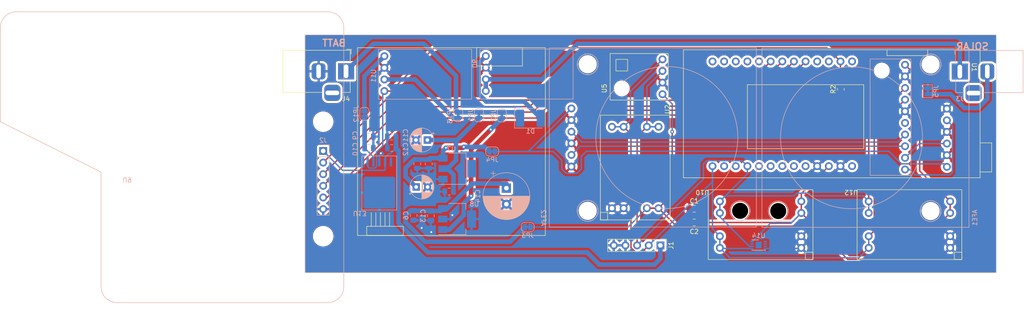
<source format=kicad_pcb>
(kicad_pcb (version 20221018) (generator pcbnew)
  (layers (0 "F.Cu" signal) (31 "B.Cu" signal) (34 "B.Paste" user) (35 "F.Paste" user) (36 "B.SilkS" user "B.Silkscreen") (37 "F.SilkS" user "F.Silkscreen") (38 "B.Mask" user) (39 "F.Mask" user) (44 "Edge.Cuts" user))
  (net 0 "")
  (net 1 "GND")
  (net 2 "Net-(AFE1-+OP2)")
  (net 3 "Net-(AFE1-+OP1)")
  (net 4 "AFE-3.5V")
  (net 5 "Net-(AFE2-+OP2)")
  (net 6 "Net-(AFE2-+OP1)")
  (net 7 "+3V3")
  (net 8 "Net-(JP1-B)")
  (net 9 "Net-(JP4-A)")
  (net 10 "Net-(JP3-A)")
  (net 11 "OPC-N3-5V")
  (net 12 "I2C_SDA")
  (net 13 "I2C_SCL")
  (net 14 "Net-(JP12-B)")
  (net 15 "Net-(JP2-B)")
  (net 17 "5V_en")
  (net 19 "ADC_OPC-N3")
  (net 20 "SPI_CS")
  (net 21 "SPI_MOSI")
  (net 22 "SPI_MISO")
  (net 23 "SPI_CSK")
  (net 24 "ADC_BATT")
  (net 25 "ADC_AFE")
  (net 26 "RESET")
  (net 27 "UART_TX")
  (net 28 "UART_RX")
  (net 29 "UART_TXD")
  (net 30 "UART_RXD")
  (net 33 "lora2")
  (net 34 "lora1")
  (net 36 "+5C")
  (net 37 "Net-(JP13-B)")
  (net 40 "Net-(D1-A)")
  (net 41 "Net-(U6-EN)")
  (net 42 "Net-(JP5-A)")
  (net 45 "Net-(JP12-A)")
  (net 47 "Net-(D1-K)")
  (footprint "soasense:Sensor_module" (layer "F.Cu") (at 164.5 60.6 180)
    (fp_text reference "U10")
    (fp_text value "Sensor_socket")
  )
  (footprint "soasense:LILYGO-LORAWAN" (layer "F.Cu") (at 174.32 36.54 -90)
    (fp_text reference "U1")
    (fp_text value "LILYGO-lorawan")
  )
  (footprint "soasense:Sensor_module" (layer "F.Cu") (at 197 60.6 180)
    (fp_text reference "U12")
    (fp_text value "Sensor_socket")
  )
  (footprint "Resistor_SMD:R_0805_2012Metric" (layer "F.Cu") (at 182 29.9125 90)
    (fp_text reference "R2")
    (fp_text value "R")
  )
  (footprint "Connector_BarrelJack:BarrelJack_Horizontal" (layer "F.Cu") (at 74 26)
    (fp_text reference "J4")
    (fp_text value "Barrel_Jack_Switch")
  )
  (footprint "Capacitor_SMD:C_0805_2012Metric_Pad1.18x1.45mm_HandSolder" (layer "F.Cu") (at 150 56)
    (fp_text reference "C1")
    (fp_text value "100n")
  )
  (footprint "soasense:SPS30" (layer "F.Cu") (at 97.18 38.8)
    (fp_text reference "U4" hide)
    (fp_text value "SPS30")
  )
  (footprint "Capacitor_SMD:C_0805_2012Metric_Pad1.18x1.45mm_HandSolder" (layer "F.Cu") (at 150 59)
    (fp_text reference "C2")
    (fp_text value "dnp")
  )
  (footprint "soasense:Sensor_module" (layer "F.Cu") (at 136 47 90)
    (fp_text reference "U2")
    (fp_text value "Sensor_socket")
  )
  (footprint "soasense:BME280-module" (layer "F.Cu") (at 143.08 25.92 90)
    (fp_text reference "U5")
    (fp_text value "BME280_module")
  )
  (footprint "Connector_PinHeader_2.54mm:PinHeader_1x05_P2.54mm_Vertical" (layer "F.Cu") (at 142.62 64 -90)
    (fp_text reference "J1")
    (fp_text value "Conn_01x05_Female")
  )
  (footprint "Capacitor_SMD:C_0805_2012Metric" (layer "B.Cu") (at 92.05 46.2 -90)
    (fp_text reference "C5" hide)
    (fp_text value "100n")
  )
  (footprint "Package_DFN_QFN:DFN-8-1EP_3x2mm_P0.5mm_EP1.3x1.5mm" (layer "B.Cu") (at 164.075 63.925 180)
    (fp_text reference "U14")
    (fp_text value "ATECC608A-MAHDA")
  )
  (footprint "Jumper:SolderJumper-2_P1.3mm_Bridged_RoundedPad1.0x1.5mm" (layer "B.Cu") (at 78 35.3 -90)
    (fp_text reference "JP12")
    (fp_text value "Close")
  )
  (footprint "Jumper:SolderJumper-2_P1.3mm_Bridged_RoundedPad1.0x1.5mm" (layer "B.Cu") (at 103 35.6 -90)
    (fp_text reference "JP1")
    (fp_text value "Close")
  )
  (footprint "Connector_BarrelJack:BarrelJack_Horizontal" (layer "B.Cu") (at 208 26.0425 180)
    (fp_text reference "J3")
    (fp_text value "Barrel_Jack_Switch")
  )
  (footprint "Capacitor_SMD:C_0805_2012Metric" (layer "B.Cu") (at 96.5 52.25 180)
    (fp_text reference "C4" hide)
    (fp_text value "100n")
  )
  (footprint "Capacitor_THT:CP_Radial_D5.0mm_P2.50mm" (layer "B.Cu") (at 91.755112 41 180)
    (fp_text reference "C3" hide)
    (fp_text value "220u")
  )
  (footprint "Capacitor_SMD:C_0805_2012Metric" (layer "B.Cu") (at 83.95 40.25 180)
    (fp_text reference "C11")
    (fp_text value "100n")
  )
  (footprint "soasense:opc-n3_3holes" (layer "B.Cu") (at 46.336 48.176)
    (fp_text reference "U9")
    (fp_text value "OPC_N3")
  )
  (footprint "Capacitor_SMD:C_0805_2012Metric_Pad1.18x1.45mm_HandSolder" (layer "B.Cu") (at 92.5 57.5375 -90)
    (fp_text reference "C13")
    (fp_text value "22uF")
  )
  (footprint "Diode_SMD:D_2114_3652Metric_Pad1.85x3.75mm_HandSolder" (layer "B.Cu") (at 114.25 36.25)
    (fp_text reference "D1")
    (fp_text value "D_Schottky")
  )
  (footprint "soasense:PPAK" (layer "B.Cu") (at 81.25 47.674)
    (fp_text reference "U13")
    (fp_text value "59151")
  )
  (footprint "soasense:Alphasense_AFE_6pin-LEFT" (layer "B.Cu") (at 205.18 40.5 -90)
    (fp_text reference "AFE1")
    (fp_text value "Alphasense_AFE_6pin")
  )
  (footprint "Capacitor_SMD:C_0805_2012Metric" (layer "B.Cu") (at 83.95 42.75 180)
    (fp_text reference "C12")
    (fp_text value "22u")
  )
  (footprint "Capacitor_THT:CP_Radial_D5.0mm_P2.50mm" (layer "B.Cu") (at 89.3 51.25)
    (fp_text reference "C8" hide)
    (fp_text value "220u")
  )
  (footprint "Capacitor_SMD:C_0805_2012Metric_Pad1.18x1.45mm_HandSolder" (layer "B.Cu") (at 88.75 57.4625 -90)
    (fp_text reference "C6")
    (fp_text value "1uF")
  )
  (footprint "soasense:mp2315-module" (layer "B.Cu") (at 113.654 26.219)
    (fp_text reference "U6")
    (fp_text value "step-down")
  )
  (footprint "Capacitor_THT:CP_Radial_D10.0mm_P3.50mm" (layer "B.Cu") (at 109 51.5 -90)
    (fp_text reference "C14")
    (fp_text value "470u")
  )
  (footprint "Package_TO_SOT_SMD:SOT-223" (layer "B.Cu") (at 98.3 47.25)
    (fp_text reference "U7")
    (fp_text value "XC6203P352FR-G_")
  )
  (footprint "Connector_PinHeader_2.54mm:PinHeader_1x06_P2.54mm_Vertical" (layer "B.Cu") (at 69 43.38 180)
    (fp_text reference "J2")
    (fp_text value "Conn_01x06_Female")
  )
  (footprint "Package_TO_SOT_SMD:SOT-223" (layer "B.Cu") (at 98.25 58.25)
    (fp_text reference "U8")
    (fp_text value "TC1264-3v3")
  )
  (footprint "soasense:Alphasense_AFE_6pin-RIGHT" (layer "B.Cu") (at 123.2 40.45 90)
    (fp_text reference "AFE2")
    (fp_text value "Alphasense_AFE_6pin")
  )
  (footprint "Jumper:SolderJumper-2_P1.3mm_Bridged_RoundedPad1.0x1.5mm" (layer "B.Cu") (at 108 35.65 -90)
    (fp_text reference "JP2")
    (fp_text value "Close")
  )
  (footprint "Capacitor_SMD:C_0805_2012Metric" (layer "B.Cu") (at 89.55 46.2 -90)
    (fp_text reference "C7" hide)
    (fp_text value "10n")
  )
  (footprint "Capacitor_SMD:C_0805_2012Metric" (layer "B.Cu") (at 79 40.25)
    (fp_text reference "C9")
    (fp_text value "100n")
  )
  (footprint "Jumper:SolderJumper-2_P1.3mm_Bridged_Pad1.0x1.5mm" (layer "B.Cu") (at 201 30.35 90)
    (fp_text reference "JP5")
    (fp_text value "Close")
  )
  (footprint "Jumper:SolderJumper-2_P1.3mm_Bridged_RoundedPad1.0x1.5mm" (layer "B.Cu") (at 105.9 43.5)
    (fp_text reference "JP4")
    (fp_text value "Close")
  )
  (footprint "soasense:mp2315-module" (layer "B.Cu") (at 91.5 26.25)
    (fp_text reference "U11")
    (fp_text value "step-down")
  )
  (footprint "Capacitor_SMD:C_0805_2012Metric" (layer "B.Cu") (at 79 42.75)
    (fp_text reference "C10")
    (fp_text value "22u")
  )
  (footprint "Jumper:SolderJumper-2_P1.3mm_Bridged_RoundedPad1.0x1.5mm" (layer "B.Cu") (at 98.475 35.6 -90)
    (fp_text reference "JP13")
    (fp_text value "SolderJumper_2_Open")
  )
  (footprint "soasense:ADS1115-module" (layer "B.Cu") (at 193 36 -90)
    (fp_text reference "U3" hide)
    (fp_text value "ADS1115_module")
  )
  (footprint "Jumper:SolderJumper-2_P1.3mm_Bridged_RoundedPad1.0x1.5mm" (layer "B.Cu") (at 113.65 60)
    (fp_text reference "JP3")
    (fp_text value "Close")
  )
  (gr_line (start 216 18) (end 65 18) (stroke (width 0.1)) (layer "Edge.Cuts"))
  (gr_line (start 216 70) (end 216 18) (stroke (width 0.1)) (layer "Edge.Cuts"))
  (gr_line (start 65 21) (end 65 70) (stroke (width 0.1)) (layer "Edge.Cuts"))
  (gr_line (start 65 70) (end 216 70) (stroke (width 0.1)) (layer "Edge.Cuts"))
  (gr_line (start 65 18) (end 65 21) (stroke (width 0.1)) (layer "Edge.Cuts"))
  (gr_text "SOLAR" (at 214.45 21.4425) (layer "B.SilkS") (effects (font (size 1.5 1.5) (thickness 0.3) bold) (justify left bottom mirror)))
  (gr_text "BATT" (at 74.1 20.7) (layer "B.SilkS") (effects (font (size 1.5 1.5) (thickness 0.3) bold) (justify left bottom mirror)))
  (via (at 92.6 61.1) (size 0.8) (drill 0.4) (layers "F.Cu" "B.Cu") (net 1))
  (via (at 90.5 60.2) (size 0.8) (drill 0.4) (layers "F.Cu" "B.Cu") (net 1))
  (via (at 97.2 57.4) (size 0.8) (drill 0.4) (layers "F.Cu" "B.Cu") (net 1))
  (via (at 81.6 43.9) (size 0.8) (drill 0.4) (layers "F.Cu" "B.Cu") (net 1))
  (segment (start 81.246666 45.780111) (end 81.246666 44.253334) (width 0.3) (layer "B.Cu") (net 1))
  (segment (start 81.246666 44.253334) (end 81.6 43.9) (width 0.3) (layer "B.Cu") (net 1))
  (segment (start 173.26 64.675) (end 173.39 64.545) (width 0.3) (layer "B.Cu") (net 1))
  (segment (start 165.525 64.675) (end 173.26 64.675) (width 0.3) (layer "B.Cu") (net 1))
  (segment (start 205.18 36.69) (end 206.38 37.89) (width 0.3) (layer "B.Cu") (net 2))
  (segment (start 198.2 48.6) (end 197.03 47.43) (width 0.3) (layer "B.Cu") (net 2))
  (segment (start 206.38 37.89) (end 206.38 48.12) (width 0.3) (layer "B.Cu") (net 2))
  (segment (start 197.03 47.43) (end 196.04 47.43) (width 0.3) (layer "B.Cu") (net 2))
  (segment (start 206.38 48.12) (end 205.9 48.6) (width 0.3) (layer "B.Cu") (net 2))
  (segment (start 205.9 48.6) (end 198.2 48.6) (width 0.3) (layer "B.Cu") (net 2))
  (segment (start 205.18 41.77) (end 199.16 41.77) (width 0.3) (layer "B.Cu") (net 3))
  (segment (start 199.16 41.77) (end 196.04 44.89) (width 0.3) (layer "B.Cu") (net 3))
  (segment (start 126.45 43.45) (end 192.5 43.45) (width 0.3) (layer "B.Cu") (net 4))
  (segment (start 124.425 48.225) (end 125.35 47.3) (width 0.3) (layer "B.Cu") (net 4))
  (segment (start 192.5 43.45) (end 194.475 45.425) (width 0.3) (layer "B.Cu") (net 4))
  (segment (start 194.05 45) (end 194.475 45.425) (width 0.3) (layer "B.Cu") (net 4))
  (segment (start 121.5 35.8) (end 121.725 35.575) (width 0.3) (layer "B.Cu") (net 4))
  (segment (start 204.53 46.2) (end 205.18 46.85) (width 0.3) (layer "B.Cu") (net 4))
  (segment (start 113.8 43.5) (end 121.725 35.575) (width 0.3) (layer "B.Cu") (net 4))
  (segment (start 106.55 43.5) (end 113.65 43.5) (width 0.3) (layer "B.Cu") (net 4))
  (segment (start 121.1 45.4) (end 121.1 47.325) (width 0.3) (layer "B.Cu") (net 4))
  (segment (start 125.35 44.55) (end 126.45 43.45) (width 0.3) (layer "B.Cu") (net 4))
  (segment (start 121.1 47.325) (end 122 48.225) (width 0.3) (layer "B.Cu") (net 4))
  (segment (start 113.65 43.5) (end 113.8 43.5) (width 0.3) (layer "B.Cu") (net 4))
  (segment (start 119.2 43.5) (end 121.1 45.4) (width 0.3) (layer "B.Cu") (net 4))
  (segment (start 122 48.225) (end 124.425 48.225) (width 0.3) (layer "B.Cu") (net 4))
  (segment (start 194.475 45.425) (end 195.25 46.2) (width 0.3) (layer "B.Cu") (net 4))
  (segment (start 121.725 35.575) (end 123.2 34.1) (width 0.3) (layer "B.Cu") (net 4))
  (segment (start 113.65 43.5) (end 119.2 43.5) (width 0.3) (layer "B.Cu") (net 4))
  (segment (start 123.2 34.1) (end 122 35.3) (width 0.3) (layer "B.Cu") (net 4))
  (segment (start 195.25 46.2) (end 204.53 46.2) (width 0.3) (layer "B.Cu") (net 4))
  (segment (start 125.35 47.3) (end 125.35 44.55) (width 0.3) (layer "B.Cu") (net 4))
  (segment (start 125.11 42.35) (end 123.2 44.26) (width 0.3) (layer "B.Cu") (net 5))
  (segment (start 196.04 42.35) (end 125.11 42.35) (width 0.3) (layer "B.Cu") (net 5))
  (segment (start 125.47 41.45) (end 194.4 41.45) (width 0.3) (layer "B.Cu") (net 6))
  (segment (start 194.4 41.45) (end 196.04 39.81) (width 0.3) (layer "B.Cu") (net 6))
  (segment (start 123.2 39.18) (end 125.47 41.45) (width 0.3) (layer "B.Cu") (net 6))
  (segment (start 145.2 39.2) (end 145.2 52.905) (width 0.3) (layer "F.Cu") (net 7))
  (segment (start 142.215 55.89) (end 139.675 55.89) (width 0.3) (layer "F.Cu") (net 7))
  (segment (start 149.1875 60.85) (end 151.0375 59) (width 0.3) (layer "F.Cu") (net 7))
  (segment (start 142.215 55.89) (end 147.175 60.85) (width 0.3) (layer "F.Cu") (net 7))
  (segment (start 195.765 67.05) (end 205.89 56.925) (width 0.3) (layer "F.Cu") (net 7))
  (segment (start 183.515 67.05) (end 195.765 67.05) (width 0.3) (layer "F.Cu") (net 7))
  (segment (start 147.175 60.85) (end 149.1875 60.85) (width 0.3) (layer "F.Cu") (net 7))
  (segment (start 179.4 46.7) (end 173.39 52.71) (width 0.3) (layer "F.Cu") (net 7))
  (segment (start 205.89 54.385) (end 205.89 56.925) (width 0.3) (layer "F.Cu") (net 7))
  (segment (start 173.39 54.385) (end 173.39 56.925) (width 0.3) (layer "F.Cu") (net 7))
  (segment (start 199.25 47.745) (end 205.89 54.385) (width 0.3) (layer "F.Cu") (net 7))
  (segment (start 173.39 56.925) (end 183.515 67.05) (width 0.3) (layer "F.Cu") (net 7))
  (segment (start 173.39 52.71) (end 173.39 54.385) (width 0.3) (layer "F.Cu") (net 7))
  (segment (start 145.2 52.905) (end 142.215 55.89) (width 0.3) (layer "F.Cu") (net 7))
  (segment (start 199.25 27.78) (end 199.25 47.745) (width 0.3) (layer "F.Cu") (net 7))
  (segment (start 151.0375 59) (end 171.315 59) (width 0.3) (layer "F.Cu") (net 7))
  (segment (start 151.0375 56) (end 151.0375 59) (width 0.3) (layer "F.Cu") (net 7))
  (segment (start 196.04 24.57) (end 199.25 27.78) (width 0.3) (layer "F.Cu") (net 7))
  (segment (start 171.315 59) (end 173.39 56.925) (width 0.3) (layer "F.Cu") (net 7))
  (via (at 145.2 39.2) (size 0.8) (drill 0.4) (layers "F.Cu" "B.Cu") (net 7))
  (segment (start 166.613559 59.186441) (end 171.128559 59.186441) (width 0.3) (layer "B.Cu") (net 7))
  (segment (start 145.2 33.12) (end 145.2 39.2) (width 0.3) (layer "B.Cu") (net 7))
  (segment (start 114.3 60) (end 135.565 60) (width 0.3) (layer "B.Cu") (net 7))
  (segment (start 171.128559 59.186441) (end 173.39 56.925) (width 0.3) (layer "B.Cu") (net 7))
  (segment (start 135.565 60) (end 139.675 55.89) (width 0.3) (layer "B.Cu") (net 7))
  (segment (start 143.08 31) (end 145.2 33.12) (width 0.3) (layer "B.Cu") (net 7))
  (segment (start 162.625 63.175) (end 166.613559 59.186441) (width 0.3) (layer "B.Cu") (net 7))
  (segment (start 103 36.25) (end 98.25 41) (width 1) (layer "B.Cu") (net 8))
  (segment (start 98.25 41) (end 98 41) (width 1) (layer "B.Cu") (net 8))
  (segment (start 97.45 52.25) (end 97.45 48.55) (width 1) (layer "B.Cu") (net 8))
  (segment (start 97.45 48.55) (end 96.15 47.25) (width 1) (layer "B.Cu") (net 8))
  (segment (start 98 41) (end 91.755112 41) (width 1) (layer "B.Cu") (net 8))
  (segment (start 95.15 47.25) (end 96.15 47.25) (width 1) (layer "B.Cu") (net 8))
  (segment (start 96.15 47.25) (end 98 45.4) (width 1) (layer "B.Cu") (net 8))
  (segment (start 98 45.4) (end 98 41) (width 1) (layer "B.Cu") (net 8))
  (segment (start 99.5 42.7) (end 99.7 42.5) (width 1) (layer "F.Cu") (net 9))
  (segment (start 95.8 42.7) (end 99.5 42.7) (width 1) (layer "F.Cu") (net 9))
  (via (at 95.8 42.7) (size 0.8) (drill 0.4) (layers "F.Cu" "B.Cu") (net 9))
  (via (at 99.7 42.5) (size 0.8) (drill 0.4) (layers "F.Cu" "B.Cu") (net 9))
  (segment (start 88.825 45.25) (end 89.55 45.25) (width 1) (layer "B.Cu") (net 9))
  (segment (start 104.25 42.5) (end 105.25 43.5) (width 1) (layer "B.Cu") (net 9))
  (segment (start 95.15 43.35) (end 95.8 42.7) (width 1) (layer "B.Cu") (net 9))
  (segment (start 89.55 45.25) (end 92.05 45.25) (width 1) (layer "B.Cu") (net 9))
  (segment (start 87 47.075) (end 88.825 45.25) (width 1) (layer "B.Cu") (net 9))
  (segment (start 92.35 44.95) (end 92.05 45.25) (width 1) (layer "B.Cu") (net 9))
  (segment (start 95.15 44.95) (end 95.15 43.35) (width 1) (layer "B.Cu") (net 9))
  (segment (start 95.15 44.95) (end 92.35 44.95) (width 1) (layer "B.Cu") (net 9))
  (segment (start 89.3 51.25) (end 89.25 51.25) (width 1) (layer "B.Cu") (net 9))
  (segment (start 99.7 42.5) (end 104.25 42.5) (width 1) (layer "B.Cu") (net 9))
  (segment (start 87 49) (end 87 47.075) (width 1) (layer "B.Cu") (net 9))
  (segment (start 89.25 51.25) (end 87 49) (width 1) (layer "B.Cu") (net 9))
  (segment (start 88.025 56.425) (end 87 57.45) (width 1) (layer "B.Cu") (net 10))
  (segment (start 91.2 63.2) (end 109.8 63.2) (width 1) (layer "B.Cu") (net 10))
  (segment (start 87 57.45) (end 87 59) (width 1) (layer "B.Cu") (net 10))
  (segment (start 95.1 55.95) (end 96.1 55.95) (width 1) (layer "B.Cu") (net 10))
  (segment (start 87 59) (end 91.2 63.2) (width 1) (layer "B.Cu") (net 10))
  (segment (start 88.75 56.425) (end 92.425 56.425) (width 1) (layer "B.Cu") (net 10))
  (segment (start 94.55 56.5) (end 95.1 55.95) (width 1) (layer "B.Cu") (net 10))
  (segment (start 92.5 56.5) (end 94.55 56.5) (width 1) (layer "B.Cu") (net 10))
  (segment (start 109.8 63.2) (end 113 60) (width 1) (layer "B.Cu") (net 10))
  (segment (start 101.55 50.5) (end 109 50.5) (width 1) (layer "B.Cu") (net 10))
  (segment (start 96.1 55.95) (end 101.55 50.5) (width 1) (layer "B.Cu") (net 10))
  (segment (start 88.75 56.425) (end 88.025 56.425) (width 1) (layer "B.Cu") (net 10))
  (segment (start 92.425 56.425) (end 92.5 56.5) (width 1) (layer "B.Cu") (net 10))
  (segment (start 85.45 43.3) (end 85.45 59.147056) (width 1) (layer "B.Cu") (net 11))
  (segment (start 82.52 47.48) (end 82.52 45.780111) (width 0.3) (layer "B.Cu") (net 11))
  (segment (start 69 43.38) (end 73.239 47.619) (width 0.3) (layer "B.Cu") (net 11))
  (segment (start 83.300111 44) (end 83.65 44) (width 0.3) (layer "B.Cu") (net 11))
  (segment (start 84.9 40.25) (end 84.9 42.75) (width 1) (layer "B.Cu") (net 11))
  (segment (start 82.52 45.780111) (end 82.52 44.780111) (width 0.3) (layer "B.Cu") (net 11))
  (segment (start 84.9 42.75) (end 85.45 43.3) (width 1) (layer "B.Cu") (net 11))
  (segment (start 82.52 44.780111) (end 83.300111 44) (width 0.3) (layer "B.Cu") (net 11))
  (segment (start 82.381 47.619) (end 82.52 47.48) (width 0.3) (layer "B.Cu") (net 11))
  (segment (start 126.645344 65.545344) (end 129.3 68.2) (width 1) (layer "B.Cu") (net 11))
  (segment (start 73.239 47.619) (end 82.381 47.619) (width 0.3) (layer "B.Cu") (net 11))
  (segment (start 142.62 66.88) (end 141.3 68.2) (width 1) (layer "B.Cu") (net 11))
  (segment (start 85.45 59.147056) (end 91.848288 65.545344) (width 1) (layer "B.Cu") (net 11))
  (segment (start 83.65 44) (end 84.9 42.75) (width 0.3) (layer "B.Cu") (net 11))
  (segment (start 142.62 64) (end 142.62 66.88) (width 1) (layer "B.Cu") (net 11))
  (segment (start 91.848288 65.545344) (end 126.645344 65.545344) (width 1) (layer "B.Cu") (net 11))
  (segment (start 129.3 68.2) (end 141.3 68.2) (width 1) (layer "B.Cu") (net 11))
  (segment (start 137.40459 65.7) (end 138.38 65.7) (width 0.3) (layer "F.Cu") (net 12))
  (segment (start 188.11 62.005) (end 189.31 60.805) (width 0.3) (layer "F.Cu") (net 12))
  (segment (start 136.2 39.715) (end 136.2 64.49541) (width 0.3) (layer "F.Cu") (net 12))
  (segment (start 189.31 38.92) (end 196.04 32.19) (width 0.3) (layer "F.Cu") (net 12))
  (segment (start 134.595 38.11) (end 136.2 39.715) (width 0.3) (layer "F.Cu") (net 12))
  (segment (start 136.2 64.49541) (end 137.40459 65.7) (width 0.3) (layer "F.Cu") (net 12))
  (segment (start 138.38 65.7) (end 140.08 64) (width 0.3) (layer "F.Cu") (net 12))
  (segment (start 189.31 60.805) (end 189.31 38.92) (width 0.3) (layer "F.Cu") (net 12))
  (segment (start 157.65 66.7) (end 185.955 66.7) (width 0.3) (layer "B.Cu") (net 12))
  (segment (start 154 60.395) (end 155.61 62.005) (width 0.3) (layer "B.Cu") (net 12))
  (segment (start 134.595 38.11) (end 136.09 36.615) (width 0.3) (layer "B.Cu") (net 12))
  (segment (start 134.595 38.11) (end 132.055 38.11) (width 0.3) (layer "B.Cu") (net 12))
  (segment (start 185.955 66.7) (end 188.11 64.545) (width 0.3) (layer "B.Cu") (net 12))
  (segment (start 154 50.08) (end 154 46.7) (width 0.3) (layer "B.Cu") (net 12))
  (segment (start 188.11 62.005) (end 188.11 64.545) (width 0.3) (layer "B.Cu") (net 12))
  (segment (start 154 46.7) (end 154 60.395) (width 0.3) (layer "B.Cu") (net 12))
  (segment (start 155.74 64.675) (end 155.61 64.545) (width 0.3) (layer "B.Cu") (net 12))
  (segment (start 155.61 62.005) (end 155.61 64.545) (width 0.3) (layer "B.Cu") (net 12))
  (segment (start 140.08 64) (end 154 50.08) (width 0.3) (layer "B.Cu") (net 12))
  (segment (start 157.65 66.585) (end 157.65 66.7) (width 0.3) (layer "B.Cu") (net 12))
  (segment (start 136.09 30.37) (end 143.08 23.38) (width 0.3) (layer "B.Cu") (net 12))
  (segment (start 162.625 64.675) (end 155.74 64.675) (width 0.3) (layer "B.Cu") (net 12))
  (segment (start 155.61 64.545) (end 157.65 66.585) (width 0.3) (layer "B.Cu") (net 12))
  (segment (start 136.09 36.615) (end 136.09 30.37) (width 0.3) (layer "B.Cu") (net 12))
  (segment (start 188.11 37.58) (end 196.04 29.65) (width 0.3) (layer "F.Cu") (net 13))
  (segment (start 137.54 64) (end 137.54 40.245) (width 0.3) (layer "F.Cu") (net 13))
  (segment (start 188.11 54.385) (end 188.11 37.58) (width 0.3) (layer "F.Cu") (net 13))
  (segment (start 137.54 40.245) (end 139.675 38.11) (width 0.3) (layer "F.Cu") (net 13))
  (segment (start 162.014656 64.175) (end 162.625 64.175) (width 0.3) (layer "B.Cu") (net 13))
  (segment (start 160.42 45.5) (end 161.62 46.7) (width 0.3) (layer "B.Cu") (net 13))
  (segment (start 155.61 56.925) (end 155.61 57.770344) (width 0.3) (layer "B.Cu") (net 13))
  (segment (start 155.61 54.385) (end 155.61 56.925) (width 0.3) (layer "B.Cu") (net 13))
  (segment (start 188.11 54.385) (end 188.11 56.925) (width 0.3) (layer "B.Cu") (net 13))
  (segment (start 161.62 48.375) (end 161.62 46.7) (width 0.3) (layer "B.Cu") (net 13))
  (segment (start 155.61 57.770344) (end 162.014656 64.175) (width 0.3) (layer "B.Cu") (net 13))
  (segment (start 139.675 29.325) (end 139.675 38.11) (width 0.3) (layer "B.Cu") (net 13))
  (segment (start 137.54 64) (end 152.02 49.52) (width 0.3) (layer "B.Cu") (net 13))
  (segment (start 175.05 52.6) (end 172.4 52.6) (width 0.3) (layer "B.Cu") (net 13))
  (segment (start 188.11 54.385) (end 186.914656 53.189656) (width 0.3) (layer "B.Cu") (net 13))
  (segment (start 152.02 46.18) (end 152.7 45.5) (width 0.3) (layer "B.Cu") (net 13))
  (segment (start 155.61 54.385) (end 161.62 48.375) (width 0.3) (layer "B.Cu") (net 13))
  (segment (start 139.675 38.11) (end 142.215 38.11) (width 0.3) (layer "B.Cu") (net 13))
  (segment (start 143.08 25.92) (end 139.675 29.325) (width 0.3) (layer "B.Cu") (net 13))
  (segment (start 152.7 45.5) (end 160.42 45.5) (width 0.3) (layer "B.Cu") (net 13))
  (segment (start 186.914656 53.189656) (end 175.639656 53.189656) (width 0.3) (layer "B.Cu") (net 13))
  (segment (start 152.02 49.52) (end 152.02 46.18) (width 0.3) (layer "B.Cu") (net 13))
  (segment (start 172.4 52.6) (end 171.810344 53.189656) (width 0.3) (layer "B.Cu") (net 13))
  (segment (start 156.805344 53.189656) (end 155.61 54.385) (width 0.3) (layer "B.Cu") (net 13))
  (segment (start 171.810344 53.189656) (end 156.805344 53.189656) (width 0.3) (layer "B.Cu") (net 13))
  (segment (start 175.639656 53.189656) (end 175.05 52.6) (width 0.3) (layer "B.Cu") (net 13))
  (segment (start 78.05 38.6) (end 78.05 40.25) (width 1) (layer "B.Cu") (net 14))
  (segment (start 79.98 45.769) (end 79.98 44.68) (width 0.3) (layer "B.Cu") (net 14))
  (segment (start 79.98 44.68) (end 78.05 42.75) (width 0.3) (layer "B.Cu") (net 14))
  (segment (start 78.05 40.25) (end 78.05 36) (width 1) (layer "B.Cu") (net 14))
  (segment (start 78.05 36) (end 78 35.95) (width 1) (layer "B.Cu") (net 14))
  (segment (start 78.05 40.25) (end 78.05 42.75) (width 1) (layer "B.Cu") (net 14))
  (segment (start 101.3 43) (end 105.6 38.7) (width 1) (layer "F.Cu") (net 15))
  (segment (start 101.3 53.2) (end 101.3 43) (width 1) (layer "F.Cu") (net 15))
  (via (at 105.6 38.7) (size 0.8) (drill 0.4) (layers "F.Cu" "B.Cu") (net 15))
  (via (at 101.3 53.2) (size 0.8) (drill 0.4) (layers "F.Cu" "B.Cu") (net 15))
  (segment (start 95.1 60.55) (end 96.55 60.55) (width 1) (layer "B.Cu") (net 15))
  (segment (start 105.6 38.7) (end 108 36.3) (width 1) (layer "B.Cu") (net 15))
  (segment (start 99.7 57.4) (end 99.7 54.8) (width 1) (layer "B.Cu") (net 15))
  (segment (start 96.55 60.55) (end 99.7 57.4) (width 1) (layer "B.Cu") (net 15))
  (segment (start 99.7 54.8) (end 101.3 53.2) (width 1) (layer "B.Cu") (net 15))
  (segment (start 178.95 20.85) (end 181.94 23.84) (width 0.3) (layer "F.Cu") (net 17))
  (segment (start 83.786 30.314) (end 93.25 20.85) (width 0.3) (layer "F.Cu") (net 17))
  (segment (start 82.356 30.314) (end 83.786 30.314) (width 0.3) (layer "F.Cu") (net 17))
  (segment (start 181.94 23.84) (end 181.94 28.94) (width 0.3) (layer "F.Cu") (net 17))
  (segment (start 93.25 20.85) (end 178.95 20.85) (width 0.3) (layer "F.Cu") (net 17))
  (segment (start 181.94 28.94) (end 182 29) (width 0.3) (layer "F.Cu") (net 17))
  (segment (start 78.71 46.769) (end 79.06 47.119) (width 0.3) (layer "B.Cu") (net 17))
  (segment (start 78.71 45.769) (end 78.71 46.769) (width 0.3) (layer "B.Cu") (net 17))
  (segment (start 80.301752 47.119) (end 80.646666 46.774086) (width 0.3) (layer "B.Cu") (net 17))
  (segment (start 82 30.67) (end 82.356 30.314) (width 0.3) (layer "B.Cu") (net 17))
  (segment (start 82 42.27353) (end 82 30.67) (width 0.3) (layer "B.Cu") (net 17))
  (segment (start 80.646666 46.774086) (end 80.646666 43.626864) (width 0.3) (layer "B.Cu") (net 17))
  (segment (start 79.06 47.119) (end 80.301752 47.119) (width 0.3) (layer "B.Cu") (net 17))
  (segment (start 80.646666 43.626864) (end 82 42.27353) (width 0.3) (layer "B.Cu") (net 17))
  (segment (start 126.8 31.5) (end 130.85 35.55) (width 0.3) (layer "F.Cu") (net 20))
  (segment (start 69.86 53.54) (end 87.2 36.2) (width 0.3) (layer "F.Cu") (net 20))
  (segment (start 162.61 35.55) (end 174.32 23.84) (width 0.3) (layer "F.Cu") (net 20))
  (segment (start 115.5 36.2) (end 120.2 31.5) (width 0.3) (layer "F.Cu") (net 20))
  (segment (start 69 53.54) (end 69.86 53.54) (width 0.3) (layer "F.Cu") (net 20))
  (segment (start 130.85 35.55) (end 162.61 35.55) (width 0.3) (layer "F.Cu") (net 20))
  (segment (start 87.2 36.2) (end 115.5 36.2) (width 0.3) (layer "F.Cu") (net 20))
  (segment (start 120.2 31.5) (end 126.8 31.5) (width 0.3) (layer "F.Cu") (net 20))
  (segment (start 127.3 30.2) (end 131.6 34.5) (width 0.3) (layer "F.Cu") (net 21))
  (segment (start 85.1 34.9) (end 114.8 34.9) (width 0.3) (layer "F.Cu") (net 21))
  (segment (start 131.6 34.5) (end 161.12 34.5) (width 0.3) (layer "F.Cu") (net 21))
  (segment (start 119.5 30.2) (end 127.3 30.2) (width 0.3) (layer "F.Cu") (net 21))
  (segment (start 114.8 34.9) (end 119.5 30.2) (width 0.3) (layer "F.Cu") (net 21))
  (segment (start 69 51) (end 85.1 34.9) (width 0.3) (layer "F.Cu") (net 21))
  (segment (start 161.12 34.5) (end 171.78 23.84) (width 0.3) (layer "F.Cu") (net 21))
  (segment (start 127.6 28.9) (end 132.3 33.6) (width 0.3) (layer "F.Cu") (net 22))
  (segment (start 69 48.46) (end 83.76 33.7) (width 0.3) (layer "F.Cu") (net 22))
  (segment (start 132.3 33.6) (end 159.48 33.6) (width 0.3) (layer "F.Cu") (net 22))
  (segment (start 83.76 33.7) (end 114.1 33.7) (width 0.3) (layer "F.Cu") (net 22))
  (segment (start 114.1 33.7) (end 118.9 28.9) (width 0.3) (layer "F.Cu") (net 22))
  (segment (start 159.48 33.6) (end 169.24 23.84) (width 0.3) (layer "F.Cu") (net 22))
  (segment (start 118.9 28.9) (end 127.6 28.9) (width 0.3) (layer "F.Cu") (net 22))
  (segment (start 82.62 32.3) (end 113.9 32.3) (width 0.3) (layer "F.Cu") (net 23))
  (segment (start 113.9 32.3) (end 118.4 27.8) (width 0.3) (layer "F.Cu") (net 23))
  (segment (start 132.5 32.3) (end 158.24 32.3) (width 0.3) (layer "F.Cu") (net 23))
  (segment (start 118.4 27.8) (end 128 27.8) (width 0.3) (layer "F.Cu") (net 23))
  (segment (start 69 45.92) (end 82.62 32.3) (width 0.3) (layer "F.Cu") (net 23))
  (segment (start 128 27.8) (end 132.5 32.3) (width 0.3) (layer "F.Cu") (net 23))
  (segment (start 158.24 32.3) (end 166.7 23.84) (width 0.3) (layer "F.Cu") (net 23))
  (segment (start 97.53505 36.25) (end 89.05905 27.774) (width 1) (layer "B.Cu") (net 37))
  (segment (start 89.05905 27.774) (end 82.356 27.774) (width 1) (layer "B.Cu") (net 37))
  (segment (start 98.475 36.25) (end 97.53505 36.25) (width 1) (layer "B.Cu") (net 37))
  (segment (start 116.525 36.25) (end 112.875 32.6) (width 1) (layer "B.Cu") (net 40))
  (segment (start 104.6 32.6) (end 102.96 30.96) (width 1) (layer "B.Cu") (net 40))
  (segment (start 112.875 32.6) (end 104.6 32.6) (width 1) (layer "B.Cu") (net 40))
  (segment (start 102.96 30.96) (end 102.96 24.213) (width 1) (layer "B.Cu") (net 40))
  (segment (start 102.96 24.213) (end 104.51 22.663) (width 1) (layer "B.Cu") (net 40))
  (segment (start 104.51 27.743) (end 104.51 30.283) (width 1) (layer "B.Cu") (net 41))
  (segment (start 116.777 27.743) (end 104.51 27.743) (width 1) (layer "B.Cu") (net 41))
  (segment (start 207 20) (end 124.52 20) (width 1) (layer "B.Cu") (net 41))
  (segment (start 124.52 20) (end 116.777 27.743) (width 1) (layer "B.Cu") (net 41))
  (segment (start 208 26.0425) (end 208 21) (width 1) (layer "B.Cu") (net 41))
  (segment (start 208 21) (end 207 20) (width 1) (layer "B.Cu") (net 41))
  (segment (start 206 31) (end 209 34) (width 1) (layer "B.Cu") (net 42))
  (segment (start 214 32) (end 214 26.0425) (width 1) (layer "B.Cu") (net 42))
  (segment (start 212 34) (end 214 32) (width 1) (layer "B.Cu") (net 42))
  (segment (start 201 31) (end 206 31) (width 1) (layer "B.Cu") (net 42))
  (segment (start 209 34) (end 212 34) (width 1) (layer "B.Cu") (net 42))
  (segment (start 82.356 22.694) (end 78 27.05) (width 1) (layer "B.Cu") (net 45))
  (segment (start 78 31.3) (end 78 34.65) (width 1) (layer "B.Cu") (net 45))
  (segment (start 78 27.05) (end 78 31.3) (width 1) (layer "B.Cu") (net 45))
  (segment (start 78 31.3) (end 78 32.35) (width 1) (layer "B.Cu") (net 45))
  (segment (start 110.675 34.95) (end 107.975 34.95) (width 1) (layer "B.Cu") (net 47))
  (segment (start 74 26) (end 80 20) (width 1) (layer "B.Cu") (net 47))
  (segment (start 91 20) (end 98 27) (width 1) (layer "B.Cu") (net 47))
  (segment (start 80 20) (end 91 20) (width 1) (layer "B.Cu") (net 47))
  (segment (start 111.975 36.25) (end 110.675 34.95) (width 1) (layer "B.Cu") (net 47))
  (segment (start 98 27) (end 98 34.475) (width 1) (layer "B.Cu") (net 47))
  (segment (start 107.975 34.95) (end 98.475 34.95) (width 1) (layer "B.Cu") (net 47))
  (segment (start 98 34.475) (end 98.475 34.95) (width 1) (layer "B.Cu") (net 47))
  (zone (net 1) (net_name "GND") (layers "F&B.Cu") (connect_pads (clearance 0.5)) (min_thickness 0.25) (fill yes (thermal_gap 0.5) (thermal_bridge_width 0.5))
    (polygon (pts (xy 65.1 18.1) (xy 215.9 18.1) (xy 215.9 69.9) (xy 65.1 69.9)))
  )
)
</source>
